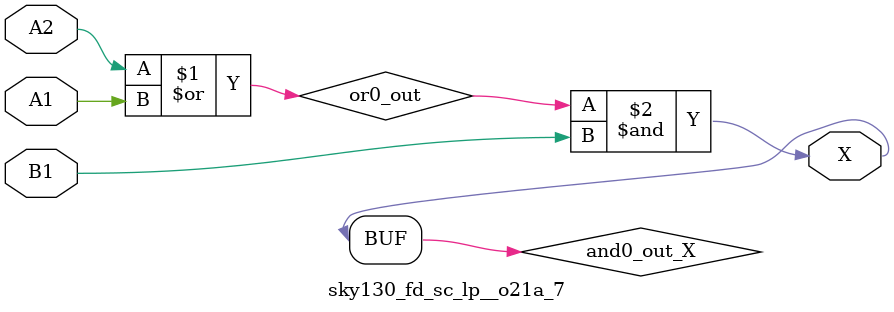
<source format=v>
module sky130_fd_sc_lp__o21a_7 (
    X ,
    A1,
    A2,
    B1
);
    output X ;
    input  A1;
    input  A2;
    input  B1;
    wire or0_out   ;
    wire and0_out_X;
    or  or0  (or0_out   , A2, A1         );
    and and0 (and0_out_X, or0_out, B1    );
    buf buf0 (X         , and0_out_X     );
endmodule
</source>
